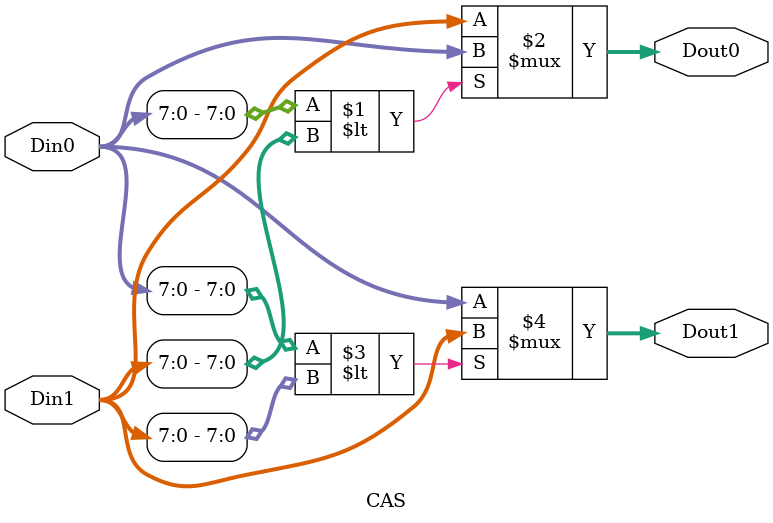
<source format=v>
`timescale 1ns / 1ps


module CAS(
    Din0,
    Din1,
    Dout0,
    Dout1
);
/*******************************************************************************/
/*                              Parameter                                      */
/*******************************************************************************/
parameter PM_WIDTH    = 8;
parameter INDEX_WIDTH = 3;
/*******************************************************************************/
/*                              IO Direction                                   */
/*******************************************************************************/
input  [PM_WIDTH+INDEX_WIDTH-1:0] Din0;
input  [PM_WIDTH+INDEX_WIDTH-1:0] Din1;
output [PM_WIDTH+INDEX_WIDTH-1:0] Dout0;
output [PM_WIDTH+INDEX_WIDTH-1:0] Dout1;
/*******************************************************************************/
/*                              Signal Declaration                             */
/*******************************************************************************/
/*******************************************************************************/
/*                              Instance                                       */
/*******************************************************************************/
/*******************************************************************************/
/*                              Logic                                          */
/*******************************************************************************/
assign Dout0 = Din0[PM_WIDTH-1:0] < Din1[PM_WIDTH-1:0] ? Din0 : Din1;
assign Dout1 = Din0[PM_WIDTH-1:0] < Din1[PM_WIDTH-1:0] ? Din1 : Din0;
endmodule

</source>
